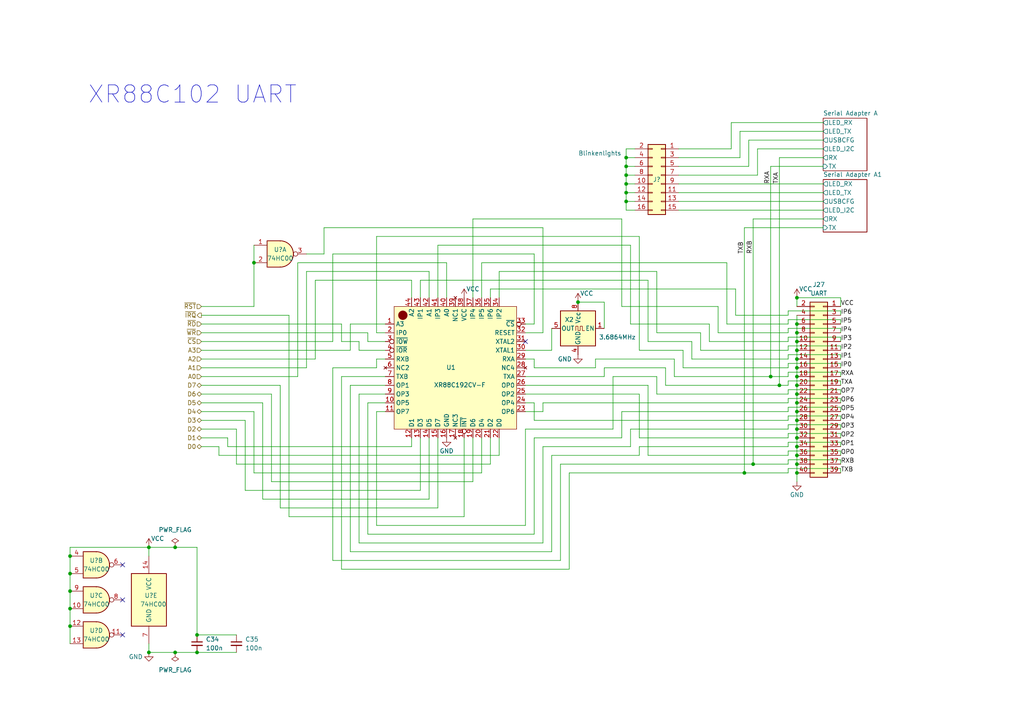
<source format=kicad_sch>
(kicad_sch (version 20230121) (generator eeschema)
  (paper "A4")
  (lib_symbols
    (symbol "Connector_Generic:Conn_02x08_Odd_Even" (pin_names (offset 1.016) hide)
      (property "Reference" "J" (at 1.27 10.16 0))
      (property "Value" "Conn_02x08_Odd_Even" (at 1.27 -12.7 0))
      (symbol "Conn_02x08_Odd_Even_1_1"
        (pin passive line (at -5.08 7.62 0) (length 3.81) (name "Pin_1") (number "1"))
        (pin passive line (at 7.62 -2.54 180) (length 3.81) (name "Pin_10") (number "10"))
        (pin passive line (at -5.08 -5.08 0) (length 3.81) (name "Pin_11") (number "11"))
        (pin passive line (at 7.62 -5.08 180) (length 3.81) (name "Pin_12") (number "12"))
        (pin passive line (at -5.08 -7.62 0) (length 3.81) (name "Pin_13") (number "13"))
        (pin passive line (at 7.62 -7.62 180) (length 3.81) (name "Pin_14") (number "14"))
        (pin passive line (at -5.08 -10.16 0) (length 3.81) (name "Pin_15") (number "15"))
        (pin passive line (at 7.62 -10.16 180) (length 3.81) (name "Pin_16") (number "16"))
        (pin passive line (at 7.62 7.62 180) (length 3.81) (name "Pin_2") (number "2"))
        (pin passive line (at -5.08 5.08 0) (length 3.81) (name "Pin_3") (number "3"))
        (pin passive line (at 7.62 5.08 180) (length 3.81) (name "Pin_4") (number "4"))
        (pin passive line (at -5.08 2.54 0) (length 3.81) (name "Pin_5") (number "5"))
        (pin passive line (at 7.62 2.54 180) (length 3.81) (name "Pin_6") (number "6"))
        (pin passive line (at -5.08 0 0) (length 3.81) (name "Pin_7") (number "7"))
        (pin passive line (at 7.62 0 180) (length 3.81) (name "Pin_8") (number "8"))
        (pin passive line (at -5.08 -2.54 0) (length 3.81) (name "Pin_9") (number "9"))
      )
    )
    (symbol "Connector_Generic:Conn_02x20_Odd_Even" (pin_names (offset 1.016) hide)
      (property "Reference" "J" (at 1.27 25.4 0))
      (property "Value" "Conn_02x20_Odd_Even" (at 1.27 -27.94 0))
      (symbol "Conn_02x20_Odd_Even_1_1"
        (pin passive line (at -5.08 22.86 0) (length 3.81) (name "Pin_1") (number "1"))
        (pin passive line (at 7.62 12.7 180) (length 3.81) (name "Pin_10") (number "10"))
        (pin passive line (at -5.08 10.16 0) (length 3.81) (name "Pin_11") (number "11"))
        (pin passive line (at 7.62 10.16 180) (length 3.81) (name "Pin_12") (number "12"))
        (pin passive line (at -5.08 7.62 0) (length 3.81) (name "Pin_13") (number "13"))
        (pin passive line (at 7.62 7.62 180) (length 3.81) (name "Pin_14") (number "14"))
        (pin passive line (at -5.08 5.08 0) (length 3.81) (name "Pin_15") (number "15"))
        (pin passive line (at 7.62 5.08 180) (length 3.81) (name "Pin_16") (number "16"))
        (pin passive line (at -5.08 2.54 0) (length 3.81) (name "Pin_17") (number "17"))
        (pin passive line (at 7.62 2.54 180) (length 3.81) (name "Pin_18") (number "18"))
        (pin passive line (at -5.08 0 0) (length 3.81) (name "Pin_19") (number "19"))
        (pin passive line (at 7.62 22.86 180) (length 3.81) (name "Pin_2") (number "2"))
        (pin passive line (at 7.62 0 180) (length 3.81) (name "Pin_20") (number "20"))
        (pin passive line (at -5.08 -2.54 0) (length 3.81) (name "Pin_21") (number "21"))
        (pin passive line (at 7.62 -2.54 180) (length 3.81) (name "Pin_22") (number "22"))
        (pin passive line (at -5.08 -5.08 0) (length 3.81) (name "Pin_23") (number "23"))
        (pin passive line (at 7.62 -5.08 180) (length 3.81) (name "Pin_24") (number "24"))
        (pin passive line (at -5.08 -7.62 0) (length 3.81) (name "Pin_25") (number "25"))
        (pin passive line (at 7.62 -7.62 180) (length 3.81) (name "Pin_26") (number "26"))
        (pin passive line (at -5.08 -10.16 0) (length 3.81) (name "Pin_27") (number "27"))
        (pin passive line (at 7.62 -10.16 180) (length 3.81) (name "Pin_28") (number "28"))
        (pin passive line (at -5.08 -12.7 0) (length 3.81) (name "Pin_29") (number "29"))
        (pin passive line (at -5.08 20.32 0) (length 3.81) (name "Pin_3") (number "3"))
        (pin passive line (at 7.62 -12.7 180) (length 3.81) (name "Pin_30") (number "30"))
        (pin passive line (at -5.08 -15.24 0) (length 3.81) (name "Pin_31") (number "31"))
        (pin passive line (at 7.62 -15.24 180) (length 3.81) (name "Pin_32") (number "32"))
        (pin passive line (at -5.08 -17.78 0) (length 3.81) (name "Pin_33") (number "33"))
        (pin passive line (at 7.62 -17.78 180) (length 3.81) (name "Pin_34") (number "34"))
        (pin passive line (at -5.08 -20.32 0) (length 3.81) (name "Pin_35") (number "35"))
        (pin passive line (at 7.62 -20.32 180) (length 3.81) (name "Pin_36") (number "36"))
        (pin passive line (at -5.08 -22.86 0) (length 3.81) (name "Pin_37") (number "37"))
        (pin passive line (at 7.62 -22.86 180) (length 3.81) (name "Pin_38") (number "38"))
        (pin passive line (at -5.08 -25.4 0) (length 3.81) (name "Pin_39") (number "39"))
        (pin passive line (at 7.62 20.32 180) (length 3.81) (name "Pin_4") (number "4"))
        (pin passive line (at 7.62 -25.4 180) (length 3.81) (name "Pin_40") (number "40"))
        (pin passive line (at -5.08 17.78 0) (length 3.81) (name "Pin_5") (number "5"))
        (pin passive line (at 7.62 17.78 180) (length 3.81) (name "Pin_6") (number "6"))
        (pin passive line (at -5.08 15.24 0) (length 3.81) (name "Pin_7") (number "7"))
        (pin passive line (at 7.62 15.24 180) (length 3.81) (name "Pin_8") (number "8"))
        (pin passive line (at -5.08 12.7 0) (length 3.81) (name "Pin_9") (number "9"))
      )
    )
    (symbol "Device:C_Small" (pin_numbers hide) (pin_names (offset 0.254) hide)
      (property "Reference" "C" (at 0.254 1.778 0))
      (property "Value" "C_Small" (at 0.254 -2.032 0))
      (symbol "C_Small_1_1"
        (pin passive line (at 0 2.54 270) (length 2.032) (name "~") (number "1"))
        (pin passive line (at 0 -2.54 90) (length 2.032) (name "~") (number "2"))
      )
    )
    (symbol "Oscillator:CXO_DIP8" (pin_names (offset 0.254))
      (property "Reference" "X" (at -5.08 6.35 0))
      (property "Value" "CXO_DIP8" (at 1.27 -6.35 0))
      (symbol "CXO_DIP8_1_1"
        (pin input line (at -7.62 0 0) (length 2.54) (name "EN") (number "1"))
        (pin power_in line (at 0 -7.62 90) (length 2.54) (name "GND") (number "4"))
        (pin output line (at 7.62 0 180) (length 2.54) (name "OUT") (number "5"))
        (pin power_in line (at 0 7.62 270) (length 2.54) (name "Vcc") (number "8"))
      )
    )
    (symbol "Vega816:74HC00" (pin_names (offset 1.016))
      (property "Reference" "U1" (at 6.35 1.2701 0))
      (property "Value" "74HC00" (at 6.35 -1.2699 0))
      (symbol "74HC00_1_1"
        (pin input line (at -7.62 2.54 0) (length 3.81) (name "~") (number "1"))
        (pin input line (at -7.62 -2.54 0) (length 3.81) (name "~") (number "2"))
        (pin output inverted (at 7.62 0 180) (length 3.81) (name "~") (number "3"))
      )
      (symbol "74HC00_1_2"
        (pin input inverted (at -7.62 2.54 0) (length 4.318) (name "~") (number "1"))
        (pin input inverted (at -7.62 -2.54 0) (length 4.318) (name "~") (number "2"))
        (pin output line (at 7.62 0 180) (length 3.81) (name "~") (number "3"))
      )
      (symbol "74HC00_2_1"
        (pin input line (at -7.62 2.54 0) (length 3.81) (name "~") (number "4"))
        (pin input line (at -7.62 -2.54 0) (length 3.81) (name "~") (number "5"))
        (pin output inverted (at 7.62 0 180) (length 3.81) (name "~") (number "6"))
      )
      (symbol "74HC00_2_2"
        (pin input inverted (at -7.62 2.54 0) (length 4.318) (name "~") (number "4"))
        (pin input inverted (at -7.62 -2.54 0) (length 4.318) (name "~") (number "5"))
        (pin output line (at 7.62 0 180) (length 3.81) (name "~") (number "6"))
      )
      (symbol "74HC00_3_1"
        (pin input line (at -7.62 -2.54 0) (length 3.81) (name "~") (number "10"))
        (pin output inverted (at 7.62 0 180) (length 3.81) (name "~") (number "8"))
        (pin input line (at -7.62 2.54 0) (length 3.81) (name "~") (number "9"))
      )
      (symbol "74HC00_3_2"
        (pin input inverted (at -7.62 -2.54 0) (length 4.318) (name "~") (number "10"))
        (pin output line (at 7.62 0 180) (length 3.81) (name "~") (number "8"))
        (pin input inverted (at -7.62 2.54 0) (length 4.318) (name "~") (number "9"))
      )
      (symbol "74HC00_4_1"
        (pin output inverted (at 7.62 0 180) (length 3.81) (name "~") (number "11"))
        (pin input line (at -7.62 2.54 0) (length 3.81) (name "~") (number "12"))
        (pin input line (at -7.62 -2.54 0) (length 3.81) (name "~") (number "13"))
      )
      (symbol "74HC00_4_2"
        (pin output line (at 7.62 0 180) (length 3.81) (name "~") (number "11"))
        (pin input inverted (at -7.62 2.54 0) (length 4.318) (name "~") (number "12"))
        (pin input inverted (at -7.62 -2.54 0) (length 4.318) (name "~") (number "13"))
      )
      (symbol "74HC00_5_0"
        (pin power_in line (at 0 12.7 270) (length 5.08) (name "VCC") (number "14"))
        (pin power_in line (at 0 -12.7 90) (length 5.08) (name "GND") (number "7"))
      )
    )
    (symbol "Vega816:XR88C192"
      (property "Reference" "U6" (at -1.27 0.1017 0))
      (property "Value" "XR88C192CV-F" (at 1.27 -4.9783 0))
      (symbol "XR88C192_1_1"
        (pin input line (at -20.32 12.7 0) (length 2.54) (name "A3") (number "1"))
        (pin input line (at -20.32 -10.16 0) (length 2.54) (name "OP5") (number "10"))
        (pin output line (at -20.32 -12.7 0) (length 2.54) (name "OP7") (number "11"))
        (pin tri_state line (at -12.7 -20.32 90) (length 2.54) (name "D1") (number "12"))
        (pin tri_state line (at -10.16 -20.32 90) (length 2.54) (name "D3") (number "13"))
        (pin tri_state line (at -7.62 -20.32 90) (length 2.54) (name "D5") (number "14"))
        (pin tri_state line (at -5.08 -20.32 90) (length 2.54) (name "D7") (number "15"))
        (pin power_in line (at -2.54 -20.32 90) (length 2.54) (name "GND") (number "16"))
        (pin no_connect line (at 0 -20.32 90) (length 2.54) (name "NC3") (number "17"))
        (pin output inverted (at 2.54 -20.32 90) (length 2.54) (name "~{INT}") (number "18"))
        (pin tri_state line (at 5.08 -20.32 90) (length 2.54) (name "D6") (number "19"))
        (pin input line (at -20.32 10.16 0) (length 2.54) (name "IP0") (number "2"))
        (pin tri_state line (at 7.62 -20.32 90) (length 2.54) (name "D4") (number "20"))
        (pin tri_state line (at 10.16 -20.32 90) (length 2.54) (name "D2") (number "21"))
        (pin tri_state line (at 12.7 -20.32 90) (length 2.54) (name "D0") (number "22"))
        (pin output line (at 20.32 -12.7 180) (length 2.54) (name "OP6") (number "23"))
        (pin output line (at 20.32 -10.16 180) (length 2.54) (name "OP4") (number "24"))
        (pin output line (at 20.32 -7.62 180) (length 2.54) (name "OP2") (number "25"))
        (pin output line (at 20.32 -5.08 180) (length 2.54) (name "OP0") (number "26"))
        (pin output line (at 20.32 -2.54 180) (length 2.54) (name "TXA") (number "27"))
        (pin no_connect line (at 20.32 0 180) (length 2.54) (name "NC4") (number "28"))
        (pin input line (at 20.32 2.54 180) (length 2.54) (name "RXA") (number "29"))
        (pin input inverted (at -20.32 7.62 0) (length 2.54) (name "~{IOW}") (number "3"))
        (pin input line (at 20.32 5.08 180) (length 2.54) (name "XTAL1") (number "30"))
        (pin output line (at 20.32 7.62 180) (length 2.54) (name "XTAL2") (number "31"))
        (pin input line (at 20.32 10.16 180) (length 2.54) (name "RESET") (number "32"))
        (pin input inverted (at 20.32 12.7 180) (length 2.54) (name "~{CS}") (number "33"))
        (pin input line (at 12.7 20.32 270) (length 2.54) (name "IP2") (number "34"))
        (pin input line (at 10.16 20.32 270) (length 2.54) (name "IP6") (number "35"))
        (pin input line (at 7.62 20.32 270) (length 2.54) (name "IP5") (number "36"))
        (pin input line (at 5.08 20.32 270) (length 2.54) (name "IP4") (number "37"))
        (pin power_in line (at 2.54 20.32 270) (length 2.54) (name "VCC") (number "38"))
        (pin no_connect line (at 0 20.32 270) (length 2.54) (name "NC1") (number "39"))
        (pin input inverted (at -20.32 5.08 0) (length 2.54) (name "~{IOR}") (number "4"))
        (pin input line (at -2.54 20.32 270) (length 2.54) (name "A0") (number "40"))
        (pin input line (at -5.08 20.32 270) (length 2.54) (name "IP3") (number "41"))
        (pin input line (at -7.62 20.32 270) (length 2.54) (name "A1") (number "42"))
        (pin input line (at -10.16 20.32 270) (length 2.54) (name "IP1") (number "43"))
        (pin input line (at -12.7 20.32 270) (length 2.54) (name "A2") (number "44"))
        (pin input line (at -20.32 2.54 0) (length 2.54) (name "RXB") (number "5"))
        (pin no_connect line (at -20.32 0 0) (length 2.54) (name "NC2") (number "6"))
        (pin output line (at -20.32 -2.54 0) (length 2.54) (name "TXB") (number "7"))
        (pin input line (at -20.32 -5.08 0) (length 2.54) (name "OP1") (number "8"))
        (pin input line (at -20.32 -7.62 0) (length 2.54) (name "OP3") (number "9"))
      )
    )
    (symbol "power:GND" (power) (pin_names (offset 0))
      (property "Value" "GND" (at 0 -3.81 0))
      (symbol "GND_1_1"
        (pin power_in line (at 0 0 270) (length 0) hide (name "GND") (number "1"))
      )
    )
    (symbol "power:PWR_FLAG" (power) (pin_numbers hide) (pin_names (offset 0) hide)
      (property "Value" "PWR_FLAG" (at 0 3.81 0))
      (symbol "PWR_FLAG_0_0"
        (pin power_out line (at 0 0 90) (length 0) (name "pwr") (number "1"))
      )
    )
    (symbol "power:VCC" (power) (pin_names (offset 0))
      (property "Value" "VCC" (at 0 3.81 0))
      (symbol "VCC_1_1"
        (pin power_in line (at 0 0 90) (length 0) hide (name "VCC") (number "1"))
      )
    )
  )
  (junction (at 20.32 181.61))
  (junction (at 57.15 189.23))
  (junction (at 231.14 111.76))
  (junction (at 231.14 116.84))
  (junction (at 231.14 119.38))
  (junction (at 231.14 124.46))
  (junction (at 50.8 158.75))
  (junction (at 231.14 132.08))
  (junction (at 181.61 48.26))
  (junction (at 231.14 96.52))
  (junction (at 43.18 158.75))
  (junction (at 231.14 86.36))
  (junction (at 231.14 99.06))
  (junction (at 231.14 134.62))
  (junction (at 231.14 114.3))
  (junction (at 73.66 76.2))
  (junction (at 231.14 109.22))
  (junction (at 231.14 101.6))
  (junction (at 20.32 171.45))
  (junction (at 50.8 189.23))
  (junction (at 181.61 55.88))
  (junction (at 231.14 129.54))
  (junction (at 231.14 106.68))
  (junction (at 231.14 127))
  (junction (at 20.32 166.37))
  (junction (at 20.32 176.53))
  (junction (at 181.61 53.34))
  (junction (at 218.44 134.62))
  (junction (at 20.32 161.29))
  (junction (at 167.64 87.63))
  (junction (at 223.52 109.22))
  (junction (at 43.18 189.23))
  (junction (at 181.61 45.72))
  (junction (at 57.15 184.15))
  (junction (at 215.9 137.16))
  (junction (at 181.61 50.8))
  (junction (at 181.61 58.42))
  (junction (at 231.14 121.92))
  (junction (at 231.14 104.14))
  (junction (at 226.06 111.76))
  (junction (at 231.14 137.16))
  (junction (at 231.14 93.98))
  (no_connect (at 35.56 184.15))
  (no_connect (at 35.56 173.99))
  (no_connect (at 35.56 163.83))
  (no_connect (at 152.4 99.06))
  (wire (pts (xy 101.6 93.98) (xy 111.76 93.98)))
  (wire (pts (xy 181.61 48.26) (xy 181.61 50.8)))
  (wire (pts (xy 226.06 111.76) (xy 228.6 111.76)))
  (wire (pts (xy 212.09 35.56) (xy 212.09 43.18)))
  (wire (pts (xy 212.09 43.18) (xy 196.85 43.18)))
  (wire (pts (xy 101.6 160.02) (xy 160.02 160.02)))
  (wire (pts (xy 243.84 130.81) (xy 243.84 132.08)))
  (wire (pts (xy 167.64 87.63) (xy 175.26 87.63)))
  (wire (pts (xy 142.24 83.82) (xy 142.24 86.36)))
  (wire (pts (xy 137.16 139.7) (xy 78.74 139.7)))
  (wire (pts (xy 231.14 111.76) (xy 231.14 114.3)))
  (wire (pts (xy 228.6 95.25) (xy 243.84 95.25)))
  (wire (pts (xy 231.14 129.54) (xy 231.14 132.08)))
  (wire (pts (xy 181.61 60.96) (xy 184.15 60.96)))
  (wire (pts (xy 215.9 66.04) (xy 238.76 66.04)))
  (wire (pts (xy 104.14 101.6) (xy 104.14 99.06)))
  (wire (pts (xy 86.36 76.2) (xy 129.54 76.2)))
  (wire (pts (xy 50.8 158.75) (xy 57.15 158.75)))
  (wire (pts (xy 104.14 114.3) (xy 104.14 157.48)))
  (wire (pts (xy 142.24 134.62) (xy 68.58 134.62)))
  (wire (pts (xy 228.6 101.6) (xy 228.6 100.33)))
  (wire (pts (xy 196.85 60.96) (xy 238.76 60.96)))
  (wire (pts (xy 162.56 134.62) (xy 162.56 162.56)))
  (wire (pts (xy 172.72 106.68) (xy 154.94 106.68)))
  (wire (pts (xy 181.61 43.18) (xy 184.15 43.18)))
  (wire (pts (xy 106.68 154.94) (xy 154.94 154.94)))
  (wire (pts (xy 228.6 132.08) (xy 228.6 130.81)))
  (wire (pts (xy 43.18 158.75) (xy 43.18 161.29)))
  (wire (pts (xy 154.94 116.84) (xy 154.94 121.92)))
  (wire (pts (xy 154.94 121.92) (xy 228.6 121.92)))
  (wire (pts (xy 231.14 109.22) (xy 231.14 111.76)))
  (wire (pts (xy 127 127) (xy 127 147.32)))
  (wire (pts (xy 165.1 137.16) (xy 165.1 165.1)))
  (wire (pts (xy 190.5 78.74) (xy 190.5 96.52)))
  (wire (pts (xy 243.84 97.79) (xy 243.84 99.06)))
  (wire (pts (xy 101.6 111.76) (xy 101.6 160.02)))
  (wire (pts (xy 121.92 142.24) (xy 71.12 142.24)))
  (wire (pts (xy 228.6 125.73) (xy 243.84 125.73)))
  (wire (pts (xy 195.58 109.22) (xy 223.52 109.22)))
  (wire (pts (xy 58.42 93.98) (xy 99.06 93.98)))
  (wire (pts (xy 111.76 116.84) (xy 106.68 116.84)))
  (wire (pts (xy 139.7 127) (xy 139.7 137.16)))
  (wire (pts (xy 182.88 93.98) (xy 205.74 93.98)))
  (wire (pts (xy 127 71.12) (xy 127 86.36)))
  (wire (pts (xy 43.18 186.69) (xy 43.18 189.23)))
  (wire (pts (xy 58.42 119.38) (xy 73.66 119.38)))
  (wire (pts (xy 157.48 116.84) (xy 228.6 116.84)))
  (wire (pts (xy 228.6 106.68) (xy 228.6 105.41)))
  (wire (pts (xy 190.5 114.3) (xy 228.6 114.3)))
  (wire (pts (xy 212.09 35.56) (xy 238.76 35.56)))
  (wire (pts (xy 181.61 58.42) (xy 181.61 60.96)))
  (wire (pts (xy 96.52 162.56) (xy 162.56 162.56)))
  (wire (pts (xy 181.61 55.88) (xy 181.61 58.42)))
  (wire (pts (xy 73.66 71.12) (xy 73.66 76.2)))
  (wire (pts (xy 73.66 88.9) (xy 73.66 76.2)))
  (wire (pts (xy 228.6 113.03) (xy 243.84 113.03)))
  (wire (pts (xy 20.32 171.45) (xy 20.32 176.53)))
  (wire (pts (xy 58.42 101.6) (xy 101.6 101.6)))
  (wire (pts (xy 203.2 101.6) (xy 228.6 101.6)))
  (wire (pts (xy 139.7 86.36) (xy 139.7 76.2)))
  (wire (pts (xy 86.36 76.2) (xy 86.36 109.22)))
  (wire (pts (xy 139.7 137.16) (xy 73.66 137.16)))
  (wire (pts (xy 226.06 45.72) (xy 238.76 45.72)))
  (wire (pts (xy 99.06 165.1) (xy 165.1 165.1)))
  (wire (pts (xy 104.14 99.06) (xy 99.06 99.06)))
  (wire (pts (xy 20.32 158.75) (xy 43.18 158.75)))
  (wire (pts (xy 208.28 96.52) (xy 228.6 96.52)))
  (wire (pts (xy 144.78 86.36) (xy 144.78 78.74)))
  (wire (pts (xy 205.74 93.98) (xy 205.74 99.06)))
  (wire (pts (xy 181.61 50.8) (xy 184.15 50.8)))
  (wire (pts (xy 187.96 99.06) (xy 200.66 99.06)))
  (wire (pts (xy 243.84 88.9) (xy 243.84 86.36)))
  (wire (pts (xy 152.4 114.3) (xy 185.42 114.3)))
  (wire (pts (xy 119.38 129.54) (xy 66.04 129.54)))
  (wire (pts (xy 196.85 53.34) (xy 238.76 53.34)))
  (wire (pts (xy 243.84 105.41) (xy 243.84 106.68)))
  (wire (pts (xy 185.42 129.54) (xy 228.6 129.54)))
  (wire (pts (xy 81.28 147.32) (xy 81.28 111.76)))
  (wire (pts (xy 228.6 100.33) (xy 243.84 100.33)))
  (wire (pts (xy 68.58 124.46) (xy 68.58 134.62)))
  (wire (pts (xy 99.06 109.22) (xy 99.06 165.1)))
  (wire (pts (xy 231.14 96.52) (xy 231.14 99.06)))
  (wire (pts (xy 228.6 119.38) (xy 228.6 118.11)))
  (wire (pts (xy 193.04 111.76) (xy 226.06 111.76)))
  (wire (pts (xy 111.76 96.52) (xy 109.22 96.52)))
  (wire (pts (xy 152.4 109.22) (xy 175.26 109.22)))
  (wire (pts (xy 58.42 104.14) (xy 91.44 104.14)))
  (wire (pts (xy 182.88 129.54) (xy 157.48 129.54)))
  (wire (pts (xy 228.6 93.98) (xy 228.6 92.71)))
  (wire (pts (xy 200.66 99.06) (xy 200.66 104.14)))
  (wire (pts (xy 185.42 132.08) (xy 160.02 132.08)))
  (wire (pts (xy 214.63 38.1) (xy 214.63 45.72)))
  (wire (pts (xy 187.96 111.76) (xy 187.96 132.08)))
  (wire (pts (xy 231.14 116.84) (xy 231.14 119.38)))
  (wire (pts (xy 20.32 158.75) (xy 20.32 161.29)))
  (wire (pts (xy 228.6 133.35) (xy 243.84 133.35)))
  (wire (pts (xy 231.14 91.44) (xy 231.14 93.98)))
  (wire (pts (xy 219.71 43.18) (xy 219.71 50.8)))
  (wire (pts (xy 58.42 129.54) (xy 63.5 129.54)))
  (wire (pts (xy 121.92 127) (xy 121.92 142.24)))
  (wire (pts (xy 109.22 106.68) (xy 109.22 104.14)))
  (wire (pts (xy 195.58 104.14) (xy 195.58 109.22)))
  (wire (pts (xy 228.6 105.41) (xy 243.84 105.41)))
  (wire (pts (xy 228.6 109.22) (xy 228.6 107.95)))
  (wire (pts (xy 111.76 114.3) (xy 104.14 114.3)))
  (wire (pts (xy 121.92 86.36) (xy 121.92 81.28)))
  (wire (pts (xy 219.71 43.18) (xy 238.76 43.18)))
  (wire (pts (xy 228.6 115.57) (xy 243.84 115.57)))
  (wire (pts (xy 93.98 66.04) (xy 157.48 66.04)))
  (wire (pts (xy 182.88 129.54) (xy 182.88 124.46)))
  (wire (pts (xy 182.88 124.46) (xy 228.6 124.46)))
  (wire (pts (xy 228.6 90.17) (xy 243.84 90.17)))
  (wire (pts (xy 134.62 127) (xy 134.62 149.86)))
  (wire (pts (xy 215.9 137.16) (xy 228.6 137.16)))
  (wire (pts (xy 231.14 121.92) (xy 231.14 124.46)))
  (wire (pts (xy 160.02 132.08) (xy 160.02 160.02)))
  (wire (pts (xy 185.42 132.08) (xy 185.42 129.54)))
  (wire (pts (xy 243.84 125.73) (xy 243.84 127)))
  (wire (pts (xy 177.8 124.46) (xy 177.8 109.22)))
  (wire (pts (xy 175.26 106.68) (xy 193.04 106.68)))
  (wire (pts (xy 217.17 40.64) (xy 217.17 48.26)))
  (wire (pts (xy 154.94 104.14) (xy 152.4 104.14)))
  (wire (pts (xy 109.22 104.14) (xy 111.76 104.14)))
  (wire (pts (xy 58.42 116.84) (xy 76.2 116.84)))
  (wire (pts (xy 193.04 106.68) (xy 193.04 111.76)))
  (wire (pts (xy 96.52 73.66) (xy 96.52 99.06)))
  (wire (pts (xy 181.61 45.72) (xy 181.61 48.26)))
  (wire (pts (xy 243.84 100.33) (xy 243.84 101.6)))
  (wire (pts (xy 175.26 109.22) (xy 175.26 106.68)))
  (wire (pts (xy 139.7 76.2) (xy 210.82 76.2)))
  (wire (pts (xy 152.4 111.76) (xy 187.96 111.76)))
  (wire (pts (xy 185.42 101.6) (xy 198.12 101.6)))
  (wire (pts (xy 181.61 58.42) (xy 184.15 58.42)))
  (wire (pts (xy 109.22 119.38) (xy 109.22 152.4)))
  (wire (pts (xy 104.14 101.6) (xy 111.76 101.6)))
  (wire (pts (xy 124.46 144.78) (xy 76.2 144.78)))
  (wire (pts (xy 231.14 93.98) (xy 231.14 96.52)))
  (wire (pts (xy 175.26 87.63) (xy 175.26 95.25)))
  (wire (pts (xy 231.14 101.6) (xy 231.14 104.14)))
  (wire (pts (xy 111.76 109.22) (xy 99.06 109.22)))
  (wire (pts (xy 152.4 124.46) (xy 152.4 152.4)))
  (wire (pts (xy 213.36 91.44) (xy 228.6 91.44)))
  (wire (pts (xy 137.16 127) (xy 137.16 139.7)))
  (wire (pts (xy 198.12 101.6) (xy 198.12 106.68)))
  (wire (pts (xy 106.68 116.84) (xy 106.68 154.94)))
  (wire (pts (xy 203.2 96.52) (xy 203.2 101.6)))
  (wire (pts (xy 43.18 189.23) (xy 50.8 189.23)))
  (wire (pts (xy 180.34 127) (xy 180.34 119.38)))
  (wire (pts (xy 88.9 73.66) (xy 93.98 73.66)))
  (wire (pts (xy 181.61 55.88) (xy 184.15 55.88)))
  (wire (pts (xy 213.36 83.82) (xy 213.36 91.44)))
  (wire (pts (xy 142.24 83.82) (xy 213.36 83.82)))
  (wire (pts (xy 144.78 127) (xy 144.78 132.08)))
  (wire (pts (xy 228.6 118.11) (xy 243.84 118.11)))
  (wire (pts (xy 228.6 97.79) (xy 243.84 97.79)))
  (wire (pts (xy 58.42 99.06) (xy 96.52 99.06)))
  (wire (pts (xy 243.84 92.71) (xy 243.84 93.98)))
  (wire (pts (xy 243.84 133.35) (xy 243.84 134.62)))
  (wire (pts (xy 218.44 63.5) (xy 218.44 134.62)))
  (wire (pts (xy 43.18 158.75) (xy 50.8 158.75)))
  (wire (pts (xy 165.1 137.16) (xy 215.9 137.16)))
  (wire (pts (xy 231.14 134.62) (xy 231.14 137.16)))
  (wire (pts (xy 228.6 99.06) (xy 228.6 97.79)))
  (wire (pts (xy 137.16 63.5) (xy 180.34 63.5)))
  (wire (pts (xy 243.84 128.27) (xy 243.84 129.54)))
  (wire (pts (xy 210.82 93.98) (xy 228.6 93.98)))
  (wire (pts (xy 190.5 109.22) (xy 190.5 114.3)))
  (wire (pts (xy 109.22 106.68) (xy 96.52 106.68)))
  (wire (pts (xy 58.42 106.68) (xy 88.9 106.68)))
  (wire (pts (xy 196.85 55.88) (xy 238.76 55.88)))
  (wire (pts (xy 180.34 63.5) (xy 180.34 88.9)))
  (wire (pts (xy 157.48 116.84) (xy 157.48 119.38)))
  (wire (pts (xy 121.92 81.28) (xy 187.96 81.28)))
  (wire (pts (xy 181.61 45.72) (xy 184.15 45.72)))
  (wire (pts (xy 144.78 132.08) (xy 63.5 132.08)))
  (wire (pts (xy 57.15 189.23) (xy 68.58 189.23)))
  (wire (pts (xy 76.2 144.78) (xy 76.2 116.84)))
  (wire (pts (xy 243.84 113.03) (xy 243.84 114.3)))
  (wire (pts (xy 231.14 127) (xy 231.14 129.54)))
  (wire (pts (xy 228.6 91.44) (xy 228.6 90.17)))
  (wire (pts (xy 142.24 127) (xy 142.24 134.62)))
  (wire (pts (xy 215.9 66.04) (xy 215.9 137.16)))
  (wire (pts (xy 58.42 88.9) (xy 73.66 88.9)))
  (wire (pts (xy 20.32 181.61) (xy 20.32 186.69)))
  (wire (pts (xy 185.42 114.3) (xy 185.42 127)))
  (wire (pts (xy 144.78 78.74) (xy 190.5 78.74)))
  (wire (pts (xy 218.44 134.62) (xy 228.6 134.62)))
  (wire (pts (xy 177.8 109.22) (xy 190.5 109.22)))
  (wire (pts (xy 111.76 119.38) (xy 109.22 119.38)))
  (wire (pts (xy 101.6 93.98) (xy 101.6 101.6)))
  (wire (pts (xy 58.42 111.76) (xy 81.28 111.76)))
  (wire (pts (xy 180.34 119.38) (xy 228.6 119.38)))
  (wire (pts (xy 66.04 129.54) (xy 66.04 127)))
  (wire (pts (xy 228.6 128.27) (xy 243.84 128.27)))
  (wire (pts (xy 182.88 93.98) (xy 182.88 71.12)))
  (wire (pts (xy 243.84 107.95) (xy 243.84 109.22)))
  (wire (pts (xy 185.42 68.58) (xy 185.42 101.6)))
  (wire (pts (xy 109.22 96.52) (xy 109.22 68.58)))
  (wire (pts (xy 63.5 132.08) (xy 63.5 129.54)))
  (wire (pts (xy 157.48 129.54) (xy 157.48 157.48)))
  (wire (pts (xy 181.61 53.34) (xy 181.61 55.88)))
  (wire (pts (xy 231.14 114.3) (xy 231.14 116.84)))
  (wire (pts (xy 231.14 132.08) (xy 231.14 134.62)))
  (wire (pts (xy 228.6 137.16) (xy 228.6 135.89)))
  (wire (pts (xy 231.14 86.36) (xy 243.84 86.36)))
  (wire (pts (xy 243.84 90.17) (xy 243.84 91.44)))
  (wire (pts (xy 93.98 73.66) (xy 93.98 66.04)))
  (wire (pts (xy 200.66 104.14) (xy 228.6 104.14)))
  (wire (pts (xy 58.42 127) (xy 66.04 127)))
  (wire (pts (xy 154.94 106.68) (xy 154.94 104.14)))
  (wire (pts (xy 91.44 81.28) (xy 91.44 104.14)))
  (wire (pts (xy 228.6 92.71) (xy 243.84 92.71)))
  (wire (pts (xy 172.72 104.14) (xy 172.72 106.68)))
  (wire (pts (xy 228.6 107.95) (xy 243.84 107.95)))
  (wire (pts (xy 228.6 121.92) (xy 228.6 120.65)))
  (wire (pts (xy 181.61 53.34) (xy 184.15 53.34)))
  (wire (pts (xy 243.84 135.89) (xy 243.84 137.16)))
  (wire (pts (xy 210.82 76.2) (xy 210.82 93.98)))
  (wire (pts (xy 243.84 102.87) (xy 243.84 104.14)))
  (wire (pts (xy 205.74 99.06) (xy 228.6 99.06)))
  (wire (pts (xy 129.54 86.36) (xy 129.54 76.2)))
  (wire (pts (xy 152.4 119.38) (xy 157.48 119.38)))
  (wire (pts (xy 154.94 73.66) (xy 96.52 73.66)))
  (wire (pts (xy 111.76 111.76) (xy 101.6 111.76)))
  (wire (pts (xy 228.6 96.52) (xy 228.6 95.25)))
  (wire (pts (xy 83.82 149.86) (xy 83.82 91.44)))
  (wire (pts (xy 157.48 66.04) (xy 157.48 96.52)))
  (wire (pts (xy 228.6 110.49) (xy 243.84 110.49)))
  (wire (pts (xy 228.6 127) (xy 228.6 125.73)))
  (wire (pts (xy 243.84 110.49) (xy 243.84 111.76)))
  (wire (pts (xy 217.17 48.26) (xy 196.85 48.26)))
  (wire (pts (xy 99.06 93.98) (xy 99.06 99.06)))
  (wire (pts (xy 231.14 119.38) (xy 231.14 121.92)))
  (wire (pts (xy 50.8 189.23) (xy 57.15 189.23)))
  (wire (pts (xy 231.14 106.68) (xy 231.14 109.22)))
  (wire (pts (xy 228.6 124.46) (xy 228.6 123.19)))
  (wire (pts (xy 88.9 78.74) (xy 88.9 106.68)))
  (wire (pts (xy 196.85 58.42) (xy 238.76 58.42)))
  (wire (pts (xy 181.61 48.26) (xy 184.15 48.26)))
  (wire (pts (xy 58.42 96.52) (xy 106.68 96.52)))
  (wire (pts (xy 214.63 38.1) (xy 238.76 38.1)))
  (wire (pts (xy 172.72 104.14) (xy 195.58 104.14)))
  (wire (pts (xy 219.71 50.8) (xy 196.85 50.8)))
  (wire (pts (xy 20.32 166.37) (xy 20.32 171.45)))
  (wire (pts (xy 180.34 88.9) (xy 208.28 88.9)))
  (wire (pts (xy 58.42 124.46) (xy 68.58 124.46)))
  (wire (pts (xy 152.4 101.6) (xy 160.02 101.6)))
  (wire (pts (xy 20.32 176.53) (xy 20.32 181.61)))
  (wire (pts (xy 182.88 71.12) (xy 127 71.12)))
  (wire (pts (xy 243.84 120.65) (xy 243.84 121.92)))
  (wire (pts (xy 228.6 129.54) (xy 228.6 128.27)))
  (wire (pts (xy 228.6 135.89) (xy 243.84 135.89)))
  (wire (pts (xy 185.42 127) (xy 228.6 127)))
  (wire (pts (xy 154.94 93.98) (xy 154.94 73.66)))
  (wire (pts (xy 231.14 104.14) (xy 231.14 106.68)))
  (wire (pts (xy 228.6 102.87) (xy 243.84 102.87)))
  (wire (pts (xy 134.62 149.86) (xy 83.82 149.86)))
  (wire (pts (xy 223.52 48.26) (xy 238.76 48.26)))
  (wire (pts (xy 106.68 99.06) (xy 106.68 96.52)))
  (wire (pts (xy 231.14 137.16) (xy 231.14 139.7)))
  (wire (pts (xy 154.94 127) (xy 154.94 154.94)))
  (wire (pts (xy 119.38 127) (xy 119.38 129.54)))
  (wire (pts (xy 181.61 43.18) (xy 181.61 45.72)))
  (wire (pts (xy 208.28 88.9) (xy 208.28 96.52)))
  (wire (pts (xy 228.6 114.3) (xy 228.6 113.03)))
  (wire (pts (xy 78.74 114.3) (xy 78.74 139.7)))
  (wire (pts (xy 109.22 68.58) (xy 185.42 68.58)))
  (wire (pts (xy 57.15 184.15) (xy 57.15 158.75)))
  (wire (pts (xy 119.38 81.28) (xy 91.44 81.28)))
  (wire (pts (xy 218.44 63.5) (xy 238.76 63.5)))
  (wire (pts (xy 71.12 142.24) (xy 71.12 121.92)))
  (wire (pts (xy 223.52 48.26) (xy 223.52 109.22)))
  (wire (pts (xy 111.76 99.06) (xy 106.68 99.06)))
  (wire (pts (xy 124.46 86.36) (xy 124.46 78.74)))
  (wire (pts (xy 58.42 109.22) (xy 86.36 109.22)))
  (wire (pts (xy 152.4 96.52) (xy 157.48 96.52)))
  (wire (pts (xy 214.63 45.72) (xy 196.85 45.72)))
  (wire (pts (xy 228.6 134.62) (xy 228.6 133.35)))
  (wire (pts (xy 124.46 78.74) (xy 88.9 78.74)))
  (wire (pts (xy 162.56 134.62) (xy 218.44 134.62)))
  (wire (pts (xy 177.8 124.46) (xy 152.4 124.46)))
  (wire (pts (xy 160.02 95.25) (xy 160.02 101.6)))
  (wire (pts (xy 119.38 86.36) (xy 119.38 81.28)))
  (wire (pts (xy 198.12 106.68) (xy 228.6 106.68)))
  (wire (pts (xy 109.22 152.4) (xy 152.4 152.4)))
  (wire (pts (xy 226.06 45.72) (xy 226.06 111.76)))
  (wire (pts (xy 181.61 50.8) (xy 181.61 53.34)))
  (wire (pts (xy 20.32 161.29) (xy 20.32 166.37)))
  (wire (pts (xy 231.14 124.46) (xy 231.14 127)))
  (wire (pts (xy 96.52 106.68) (xy 96.52 162.56)))
  (wire (pts (xy 152.4 116.84) (xy 154.94 116.84)))
  (wire (pts (xy 58.42 114.3) (xy 78.74 114.3)))
  (wire (pts (xy 187.96 132.08) (xy 228.6 132.08)))
  (wire (pts (xy 243.84 118.11) (xy 243.84 119.38)))
  (wire (pts (xy 124.46 127) (xy 124.46 144.78)))
  (wire (pts (xy 190.5 96.52) (xy 203.2 96.52)))
  (wire (pts (xy 57.15 184.15) (xy 68.58 184.15)))
  (wire (pts (xy 127 147.32) (xy 81.28 147.32)))
  (wire (pts (xy 187.96 81.28) (xy 187.96 99.06)))
  (wire (pts (xy 223.52 109.22) (xy 228.6 109.22)))
  (wire (pts (xy 180.34 127) (xy 154.94 127)))
  (wire (pts (xy 228.6 120.65) (xy 243.84 120.65)))
  (wire (pts (xy 58.42 121.92) (xy 71.12 121.92)))
  (wire (pts (xy 243.84 115.57) (xy 243.84 116.84)))
  (wire (pts (xy 58.42 91.44) (xy 83.82 91.44)))
  (wire (pts (xy 228.6 111.76) (xy 228.6 110.49)))
  (wire (pts (xy 228.6 104.14) (xy 228.6 102.87)))
  (wire (pts (xy 228.6 123.19) (xy 243.84 123.19)))
  (wire (pts (xy 217.17 40.64) (xy 238.76 40.64)))
  (wire (pts (xy 152.4 93.98) (xy 154.94 93.98)))
  (wire (pts (xy 243.84 95.25) (xy 243.84 96.52)))
  (wire (pts (xy 228.6 130.81) (xy 243.84 130.81)))
  (wire (pts (xy 228.6 116.84) (xy 228.6 115.57)))
  (wire (pts (xy 104.14 157.48) (xy 157.48 157.48)))
  (wire (pts (xy 137.16 63.5) (xy 137.16 86.36)))
  (wire (pts (xy 231.14 86.36) (xy 231.14 88.9)))
  (wire (pts (xy 231.14 99.06) (xy 231.14 101.6)))
  (wire (pts (xy 73.66 137.16) (xy 73.66 119.38)))
  (wire (pts (xy 243.84 123.19) (xy 243.84 124.46)))
  (text "XR88C102 UART" (at 25.4 30.48 0) (effects (font (size 5 5)) (justify left bottom)))
  (label "RXA" (at 223.52 53.34 90))
  (label "IP1" (at 243.84 104.14 0))
  (label "OP1" (at 243.84 129.54 0))
  (label "TXA" (at 226.06 53.34 90))
  (label "IP6" (at 243.84 91.44 0))
  (label "RXB" (at 218.44 73.66 90))
  (label "TXB" (at 243.84 137.16 0))
  (label "RXB" (at 243.84 134.62 0))
  (label "OP3" (at 243.84 124.46 0))
  (label "OP2" (at 243.84 127 0))
  (label "OP7" (at 243.84 114.3 0))
  (label "OP5" (at 243.84 119.38 0))
  (label "TXB" (at 215.9 73.66 90))
  (label "OP6" (at 243.84 116.84 0))
  (label "VCC" (at 243.84 88.9 0))
  (label "IP4" (at 243.84 96.52 0))
  (label "TXA" (at 243.84 111.76 0))
  (label "IP5" (at 243.84 93.98 0))
  (label "OP0" (at 243.84 132.08 0))
  (label "RXA" (at 243.84 109.22 0))
  (label "IP3" (at 243.84 99.06 0))
  (label "IP2" (at 243.84 101.6 0))
  (label "IP0" (at 243.84 106.68 0))
  (label "OP4" (at 243.84 121.92 0))
  (hierarchical_label "D5" (shape tri_state) (at 58.42 116.84 180))
  (hierarchical_label "A0" (shape input) (at 58.42 109.22 180))
  (hierarchical_label "~{RD}" (shape input) (at 58.42 93.98 180))
  (hierarchical_label "D7" (shape tri_state) (at 58.42 111.76 180))
  (hierarchical_label "D1" (shape tri_state) (at 58.42 127 180))
  (hierarchical_label "~{RST}" (shape input) (at 58.42 88.9 180))
  (hierarchical_label "D0" (shape tri_state) (at 58.42 129.54 180))
  (hierarchical_label "~{CS}" (shape input) (at 58.42 99.06 180))
  (hierarchical_label "A3" (shape input) (at 58.42 101.6 180))
  (hierarchical_label "D4" (shape tri_state) (at 58.42 119.38 180))
  (hierarchical_label "~{IRQ}" (shape output) (at 58.42 91.44 180))
  (hierarchical_label "A1" (shape input) (at 58.42 106.68 180))
  (hierarchical_label "D3" (shape tri_state) (at 58.42 121.92 180))
  (hierarchical_label "~{WR}" (shape input) (at 58.42 96.52 180))
  (hierarchical_label "D6" (shape tri_state) (at 58.42 114.3 180))
  (hierarchical_label "D2" (shape tri_state) (at 58.42 124.46 180))
  (hierarchical_label "A2" (shape input) (at 58.42 104.14 180))
  (symbol (lib_id "power:VCC") (at 167.64 87.63 0) (unit 1)
    (property "Reference" "#PWR0123" (effects hide))
    (property "Value" "VCC" (at 170.18 85.09 0))
    (instances (project "Vega816" (path "" (reference "#PWR0123") (unit 1)) (path "" (reference "#PWR0141") (unit 1)) (path "" (reference "#PWR0233") (unit 1)) (path "" (reference "#PWR0123") (unit 1)) (path "" (reference "#PWR0123") (unit 1))) (project "IOBus" (path "" (reference "#PWR048") (unit 1))) (project "XR88C192_UART" (path "" (reference "#PWR05") (unit 1))) (project "VIAPort" (path "" (reference "#PWR0123") (unit 1))) (project "System Devices" (path "" (reference "#PWR?") (unit 1)) (path "" (reference "#PWR0123") (unit 1))))
  )
  (symbol (lib_id "Connector_Generic:Conn_02x20_Odd_Even") (at 238.76 111.76 0) (mirror y) (unit 1)
    (property "Reference" "J27" (at 237.49 82.55 0))
    (property "Value" "UART" (at 237.49 85.09 0))
    (instances (project "Vega816" (path "" (reference "J27") (unit 1)) (path "" (reference "J27") (unit 1)) (path "" (reference "J27") (unit 1))) (project "IOBus" (path "" (reference "J18") (unit 1))) (project "XR88C192_UART" (path "" (reference "J2") (unit 1))) (project "System Devices" (path "" (reference "J?") (unit 1)) (path "" (reference "J27") (unit 1))))
  )
  (symbol (lib_id "power:PWR_FLAG") (at 50.8 189.23 180) (unit 1)
    (property "Reference" "#FLG?" (effects hide))
    (property "Value" "PWR_FLAG" (at 50.8 194.31 0))
    (instances (project "Vega816" (path "" (reference "#FLG?") (unit 1)) (path "" (reference "#FLG?") (unit 1))) (project "IOBus" (path "" (reference "#FLG012") (unit 1))) (project "System Devices" (path "" (reference "#FLG?") (unit 1)) (path "" (reference "#FLG?") (unit 1))))
  )
  (symbol (lib_id "Vega816:74HC00") (at 27.94 163.83 0) (unit 2)
    (property "Reference" "U?" (at 27.9317 162.56 0))
    (property "Value" "74HC00" (at 27.9317 165.1 0))
    (property "Footprint" "Package_DIP:DIP-14_W7.62mm_Socket" (effects hide))
    (property "Datasheet" "http://www.ti.com/lit/gpn/sn74hc00" (effects hide))
    (instances (project "Vega816" (path "" (reference "U?") (unit 2)) (path "" (reference "U?") (unit 2))) (project "IOBus" (path "" (reference "U9") (unit 2))) (project "System Devices" (path "" (reference "U?") (unit 2)) (path "" (reference "U?") (unit 2))))
  )
  (symbol (lib_id "power:GND") (at 43.18 189.23 0) (unit 1)
    (property "Reference" "#PWR0124" (effects hide))
    (property "Value" "GND" (at 39.37 190.5 0))
    (instances (project "Vega816" (path "" (reference "#PWR0124") (unit 1)) (path "" (reference "#PWR0114") (unit 1)) (path "" (reference "#PWR0234") (unit 1)) (path "" (reference "#PWR0124") (unit 1)) (path "" (reference "#PWR0124") (unit 1))) (project "IOBus" (path "" (reference "#PWR045") (unit 1))) (project "XR88C192_UART" (path "" (reference "#PWR06") (unit 1))) (project "VIAPort" (path "" (reference "#PWR0124") (unit 1))) (project "System Devices" (path "" (reference "#PWR?") (unit 1)) (path "" (reference "#PWR0124") (unit 1))))
  )
  (symbol (lib_id "Device:C_Small") (at 57.15 186.69 0) (unit 1)
    (property "Reference" "C34" (at 59.69 185.4262 0) (effects (justify left)))
    (property "Value" "100n" (at 59.69 187.9662 0) (effects (justify left)))
    (instances (project "Vega816" (path "" (reference "C34") (unit 1)) (path "" (reference "C40") (unit 1)) (path "" (reference "C34") (unit 1)) (path "" (reference "C34") (unit 1))) (project "IOBus" (path "" (reference "C6") (unit 1))) (project "System Devices" (path "" (reference "C?") (unit 1)) (path "" (reference "C34") (unit 1))))
  )
  (symbol (lib_id "power:GND") (at 129.54 127 0) (unit 1)
    (property "Reference" "#PWR0124" (effects hide))
    (property "Value" "GND" (at 129.54 130.81 0))
    (instances (project "Vega816" (path "" (reference "#PWR0124") (unit 1)) (path "" (reference "#PWR0114") (unit 1)) (path "" (reference "#PWR0228") (unit 1)) (path "" (reference "#PWR0124") (unit 1)) (path "" (reference "#PWR0124") (unit 1))) (project "IOBus" (path "" (reference "#PWR046") (unit 1))) (project "XR88C192_UART" (path "" (reference "#PWR03") (unit 1))) (project "VIAPort" (path "" (reference "#PWR0124") (unit 1))) (project "System Devices" (path "" (reference "#PWR?") (unit 1)) (path "" (reference "#PWR0124") (unit 1))))
  )
  (symbol (lib_id "power:PWR_FLAG") (at 50.8 158.75 0) (unit 1)
    (property "Reference" "#FLG?" (effects hide))
    (property "Value" "PWR_FLAG" (at 50.8 153.67 0))
    (instances (project "Vega816" (path "" (reference "#FLG?") (unit 1)) (path "" (reference "#FLG?") (unit 1))) (project "IOBus" (path "" (reference "#FLG011") (unit 1))) (project "System Devices" (path "" (reference "#FLG?") (unit 1)) (path "" (reference "#FLG?") (unit 1))))
  )
  (symbol (lib_id "Oscillator:CXO_DIP8") (at 167.64 95.25 0) (mirror y) (unit 1)
    (property "Reference" "X2" (at 165.1 92.71 0))
    (property "Value" "3.6864MHz" (at 179.07 97.79 0))
    (property "Footprint" "Oscillator:Oscillator_DIP-8" (effects hide))
    (property "Datasheet" "http://cdn-reichelt.de/documents/datenblatt/B400/OSZI.pdf" (effects hide))
    (instances (project "Vega816" (path "" (reference "X2") (unit 1)) (path "" (reference "X1") (unit 1)) (path "" (reference "X1") (unit 1)) (path "" (reference "X2") (unit 1)) (path "" (reference "X2") (unit 1))) (project "IOBus" (path "" (reference "X1") (unit 1))) (project "XR88C192_UART" (path "" (reference "X1") (unit 1))) (project "VIAPort" (path "" (reference "X2") (unit 1))) (project "System Devices" (path "" (reference "X?") (unit 1)) (path "" (reference "X2") (unit 1))))
  )
  (symbol (lib_id "Device:C_Small") (at 68.58 186.69 0) (unit 1)
    (property "Reference" "C35" (at 71.12 185.4262 0) (effects (justify left)))
    (property "Value" "100n" (at 71.12 187.9662 0) (effects (justify left)))
    (instances (project "Vega816" (path "" (reference "C35") (unit 1)) (path "" (reference "C41") (unit 1)) (path "" (reference "C35") (unit 1)) (path "" (reference "C35") (unit 1))) (project "IOBus" (path "" (reference "C7") (unit 1))) (project "System Devices" (path "" (reference "C?") (unit 1)) (path "" (reference "C35") (unit 1))))
  )
  (symbol (lib_id "Vega816:XR88C192") (at 132.08 106.68 0) (unit 1)
    (property "Reference" "U1" (at 130.81 106.5783 0))
    (property "Value" "XR88C192CV-F" (at 133.35 111.6583 0))
    (instances (project "Vega816" (path "" (reference "U1") (unit 1)) (path "" (reference "U1") (unit 1)) (path "" (reference "U1") (unit 1))) (project "IOBus" (path "" (reference "U10") (unit 1))) (project "XR88C192_UART" (path "" (reference "U2") (unit 1))) (project "System Devices" (path "" (reference "U?") (unit 1)) (path "" (reference "U1") (unit 1))))
  )
  (symbol (lib_id "Vega816:74HC00") (at 81.28 73.66 0) (unit 1)
    (property "Reference" "U?" (at 81.2717 72.39 0))
    (property "Value" "74HC00" (at 81.2717 74.93 0))
    (property "Footprint" "Package_DIP:DIP-14_W7.62mm_Socket" (effects hide))
    (property "Datasheet" "http://www.ti.com/lit/gpn/sn74hc00" (effects hide))
    (instances (project "Vega816" (path "" (reference "U?") (unit 1)) (path "" (reference "U?") (unit 1))) (project "IOBus" (path "" (reference "U9") (unit 1))) (project "System Devices" (path "" (reference "U?") (unit 1)) (path "" (reference "U?") (unit 1))))
  )
  (symbol (lib_id "power:GND") (at 167.64 102.87 0) (unit 1)
    (property "Reference" "#PWR0124" (effects hide))
    (property "Value" "GND" (at 163.83 104.14 0))
    (instances (project "Vega816" (path "" (reference "#PWR0124") (unit 1)) (path "" (reference "#PWR0114") (unit 1)) (path "" (reference "#PWR0234") (unit 1)) (path "" (reference "#PWR0124") (unit 1)) (path "" (reference "#PWR0124") (unit 1))) (project "IOBus" (path "" (reference "#PWR049") (unit 1))) (project "XR88C192_UART" (path "" (reference "#PWR06") (unit 1))) (project "VIAPort" (path "" (reference "#PWR0124") (unit 1))) (project "System Devices" (path "" (reference "#PWR?") (unit 1)) (path "" (reference "#PWR0124") (unit 1))))
  )
  (symbol (lib_id "Connector_Generic:Conn_02x08_Odd_Even") (at 191.77 50.8 0) (mirror y) (unit 1)
    (property "Reference" "J?" (at 190.5 52.07 0))
    (property "Value" "Blinkenlights" (at 173.99 44.45 0))
    (instances (project "Vega816" (path "" (reference "J?") (unit 1)) (path "" (reference "J?") (unit 1))) (project "IOBus" (path "" (reference "J17") (unit 1))) (project "System Devices" (path "" (reference "J?") (unit 1)) (path "" (reference "J?") (unit 1))))
  )
  (symbol (lib_id "power:VCC") (at 134.62 86.36 0) (unit 1)
    (property "Reference" "#PWR0123" (effects hide))
    (property "Value" "VCC" (at 137.16 83.82 0))
    (instances (project "Vega816" (path "" (reference "#PWR0123") (unit 1)) (path "" (reference "#PWR0141") (unit 1)) (path "" (reference "#PWR0232") (unit 1)) (path "" (reference "#PWR0123") (unit 1)) (path "" (reference "#PWR0123") (unit 1))) (project "IOBus" (path "" (reference "#PWR047") (unit 1))) (project "XR88C192_UART" (path "" (reference "#PWR04") (unit 1))) (project "VIAPort" (path "" (reference "#PWR0123") (unit 1))) (project "System Devices" (path "" (reference "#PWR?") (unit 1)) (path "" (reference "#PWR0123") (unit 1))))
  )
  (symbol (lib_id "Vega816:74HC00") (at 27.94 184.15 0) (unit 4)
    (property "Reference" "U?" (at 27.9317 182.88 0))
    (property "Value" "74HC00" (at 27.9317 185.42 0))
    (property "Footprint" "Package_DIP:DIP-14_W7.62mm_Socket" (effects hide))
    (property "Datasheet" "http://www.ti.com/lit/gpn/sn74hc00" (effects hide))
    (instances (project "Vega816" (path "" (reference "U?") (unit 4)) (path "" (reference "U?") (unit 4))) (project "IOBus" (path "" (reference "U9") (unit 4))) (project "System Devices" (path "" (reference "U?") (unit 4)) (path "" (reference "U?") (unit 4))))
  )
  (symbol (lib_id "power:VCC") (at 231.14 86.36 0) (unit 1)
    (property "Reference" "#PWR0123" (effects hide))
    (property "Value" "VCC" (at 233.68 83.82 0))
    (instances (project "Vega816" (path "" (reference "#PWR0123") (unit 1)) (path "" (reference "#PWR0141") (unit 1)) (path "" (reference "#PWR0236") (unit 1)) (path "" (reference "#PWR0123") (unit 1)) (path "" (reference "#PWR0123") (unit 1))) (project "IOBus" (path "" (reference "#PWR050") (unit 1))) (project "XR88C192_UART" (path "" (reference "#PWR08") (unit 1))) (project "VIAPort" (path "" (reference "#PWR0123") (unit 1))) (project "System Devices" (path "" (reference "#PWR?") (unit 1)) (path "" (reference "#PWR0123") (unit 1))))
  )
  (symbol (lib_id "Vega816:74HC00") (at 27.94 173.99 0) (unit 3)
    (property "Reference" "U?" (at 27.9317 172.72 0))
    (property "Value" "74HC00" (at 27.9317 175.26 0))
    (property "Footprint" "Package_DIP:DIP-14_W7.62mm_Socket" (effects hide))
    (property "Datasheet" "http://www.ti.com/lit/gpn/sn74hc00" (effects hide))
    (instances (project "Vega816" (path "" (reference "U?") (unit 3)) (path "" (reference "U?") (unit 3))) (project "IOBus" (path "" (reference "U9") (unit 3))) (project "System Devices" (path "" (reference "U?") (unit 3)) (path "" (reference "U?") (unit 3))))
  )
  (symbol (lib_id "Vega816:74HC00") (at 43.18 173.99 0) (unit 5)
    (property "Reference" "U?" (at 41.91 172.72 0) (effects (justify left)))
    (property "Value" "74HC00" (at 40.64 175.26 0) (effects (justify left)))
    (property "Footprint" "Package_DIP:DIP-14_W7.62mm_Socket" (effects hide))
    (property "Datasheet" "http://www.ti.com/lit/gpn/sn74hc00" (effects hide))
    (instances (project "Vega816" (path "" (reference "U?") (unit 5)) (path "" (reference "U?") (unit 5))) (project "IOBus" (path "" (reference "U9") (unit 5))) (project "System Devices" (path "" (reference "U?") (unit 5)) (path "" (reference "U?") (unit 5))))
  )
  (symbol (lib_id "power:VCC") (at 43.18 158.75 0) (unit 1)
    (property "Reference" "#PWR0123" (effects hide))
    (property "Value" "VCC" (at 45.72 156.21 0))
    (instances (project "Vega816" (path "" (reference "#PWR0123") (unit 1)) (path "" (reference "#PWR0141") (unit 1)) (path "" (reference "#PWR0233") (unit 1)) (path "" (reference "#PWR0123") (unit 1)) (path "" (reference "#PWR0123") (unit 1))) (project "IOBus" (path "" (reference "#PWR044") (unit 1))) (project "XR88C192_UART" (path "" (reference "#PWR05") (unit 1))) (project "VIAPort" (path "" (reference "#PWR0123") (unit 1))) (project "System Devices" (path "" (reference "#PWR?") (unit 1)) (path "" (reference "#PWR0123") (unit 1))))
  )
  (symbol (lib_id "power:GND") (at 231.14 139.7 0) (unit 1)
    (property "Reference" "#PWR0124" (effects hide))
    (property "Value" "GND" (at 231.14 143.51 0))
    (instances (project "Vega816" (path "" (reference "#PWR0124") (unit 1)) (path "" (reference "#PWR0114") (unit 1)) (path "" (reference "#PWR0235") (unit 1)) (path "" (reference "#PWR0124") (unit 1)) (path "" (reference "#PWR0124") (unit 1))) (project "IOBus" (path "" (reference "#PWR051") (unit 1))) (project "XR88C192_UART" (path "" (reference "#PWR07") (unit 1))) (project "VIAPort" (path "" (reference "#PWR0124") (unit 1))) (project "System Devices" (path "" (reference "#PWR?") (unit 1)) (path "" (reference "#PWR0124") (unit 1))))
  )
  (sheet (at 238.76 34.29) (size 12.7 15.24) (stroke (width 0.1524))
    (property "Sheetname" "Serial Adapter A" (at 238.76 33.5784 0) (effects (justify left bottom)))
    (property "Sheetfile" "SerialAdapters.kicad_sch" (effects hide))
    (pin "LED_RX" output (at 238.76 35.56 180))
    (pin "LED_TX" output (at 238.76 38.1 180))
    (pin "USBCFG" output (at 238.76 40.64 180))
    (pin "LED_I2C" output (at 238.76 43.18 180))
    (pin "RX" output (at 238.76 45.72 180))
    (pin "TX" input (at 238.76 48.26 180))
  )
  (sheet (at 238.76 52.07) (size 12.7 15.24) (stroke (width 0.1524))
    (property "Sheetname" "Serial Adapter A1" (at 238.76 51.3584 0) (effects (justify left bottom)))
    (property "Sheetfile" "SerialAdapters.kicad_sch" (effects hide))
    (pin "LED_RX" output (at 238.76 53.34 180))
    (pin "LED_TX" output (at 238.76 55.88 180))
    (pin "USBCFG" output (at 238.76 58.42 180))
    (pin "LED_I2C" output (at 238.76 60.96 180))
    (pin "RX" output (at 238.76 63.5 180))
    (pin "TX" input (at 238.76 66.04 180))
  )
)
</source>
